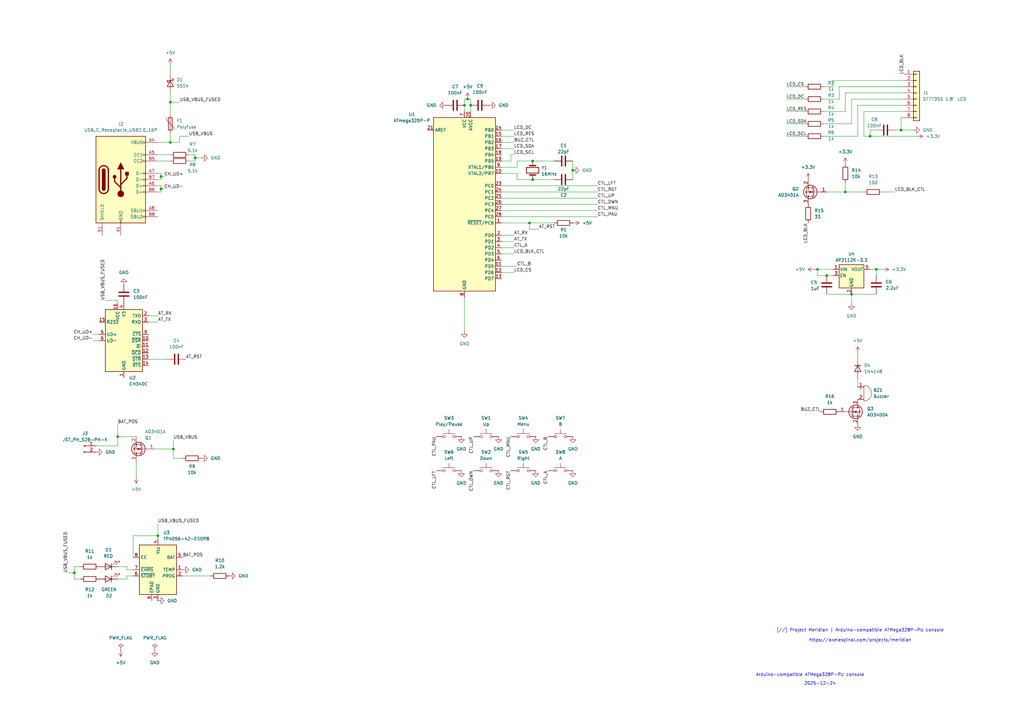
<source format=kicad_sch>
(kicad_sch (version 20250114) (generator "eeschema") (generator_version "9.0")
  (paper "A3")
  (lib_symbols
    (symbol "Battery_Management:TP4056-42-ESOP8"
      (property "Reference" "U" (at -6.604 11.684 0))
      (property "Value" "TP4056-42-ESOP8" (at 10.16 11.684 0))
      (symbol "TP4056-42-ESOP8_1_0"
        (pin input line (at -10.16 5.08 0) (length 2.54) (name "CE") (number "8"))
        (pin open_collector line (at -10.16 0 0) (length 2.54) (name "~{CHRG}") (number "7"))
        (pin open_collector line (at -10.16 -2.54 0) (length 2.54) (name "~{STDBY}") (number "6"))
        (pin passive line (at -2.54 -12.7 90) (length 2.54) (name "EPAD") (number "9"))
        (pin power_in line (at 0 12.7 270) (length 2.54) (name "V_{CC}") (number "4"))
        (pin power_in line (at 0 -12.7 90) (length 2.54) (name "GND") (number "3"))
        (pin power_out line (at 10.16 5.08 180) (length 2.54) (name "BAT") (number "5"))
        (pin input line (at 10.16 0 180) (length 2.54) (name "TEMP") (number "1"))
        (pin passive line (at 10.16 -2.54 180) (length 2.54) (name "PROG") (number "2"))
      )
    )
    (symbol "Connector:Conn_01x02_Pin" (pin_names (offset 1.016) (hide yes))
      (property "Reference" "J" (at 0 2.54 0))
      (property "Value" "Conn_01x02_Pin" (at 0 -5.08 0))
      (symbol "Conn_01x02_Pin_1_1"
        (pin passive line (at 5.08 0 180) (length 3.81) (name "Pin_1") (number "1"))
        (pin passive line (at 5.08 -2.54 180) (length 3.81) (name "Pin_2") (number "2"))
      )
    )
    (symbol "Connector:USB_C_Receptacle_USB2.0_16P" (pin_names (offset 1.016))
      (property "Reference" "J" (at 0 22.225 0))
      (property "Value" "USB_C_Receptacle_USB2.0_16P" (at 0 19.685 0))
      (symbol "USB_C_Receptacle_USB2.0_16P_1_1"
        (pin passive line (at -7.62 -22.86 90) (length 5.08) (name "SHIELD") (number "S1"))
        (pin passive line (at 0 -22.86 90) (length 5.08) (name "GND") (number "A1"))
        (pin passive line (at 0 -22.86 90) (length 5.08) (hide yes) (name "GND") (number "A12"))
        (pin passive line (at 0 -22.86 90) (length 5.08) (hide yes) (name "GND") (number "B1"))
        (pin passive line (at 0 -22.86 90) (length 5.08) (hide yes) (name "GND") (number "B12"))
        (pin passive line (at 15.24 15.24 180) (length 5.08) (name "VBUS") (number "A4"))
        (pin passive line (at 15.24 15.24 180) (length 5.08) (hide yes) (name "VBUS") (number "A9"))
        (pin passive line (at 15.24 15.24 180) (length 5.08) (hide yes) (name "VBUS") (number "B4"))
        (pin passive line (at 15.24 15.24 180) (length 5.08) (hide yes) (name "VBUS") (number "B9"))
        (pin bidirectional line (at 15.24 10.16 180) (length 5.08) (name "CC1") (number "A5"))
        (pin bidirectional line (at 15.24 7.62 180) (length 5.08) (name "CC2") (number "B5"))
        (pin bidirectional line (at 15.24 2.54 180) (length 5.08) (name "D-") (number "A7"))
        (pin bidirectional line (at 15.24 0 180) (length 5.08) (name "D-") (number "B7"))
        (pin bidirectional line (at 15.24 -2.54 180) (length 5.08) (name "D+") (number "A6"))
        (pin bidirectional line (at 15.24 -5.08 180) (length 5.08) (name "D+") (number "B6"))
        (pin bidirectional line (at 15.24 -12.7 180) (length 5.08) (name "SBU1") (number "A8"))
        (pin bidirectional line (at 15.24 -15.24 180) (length 5.08) (name "SBU2") (number "B8"))
      )
    )
    (symbol "Connector_Generic:Conn_01x08" (pin_names (offset 1.016) (hide yes))
      (property "Reference" "J" (at 0 10.16 0))
      (property "Value" "Conn_01x08" (at 0 -12.7 0))
      (symbol "Conn_01x08_1_1"
        (pin passive line (at -5.08 7.62 0) (length 3.81) (name "Pin_1") (number "1"))
        (pin passive line (at -5.08 5.08 0) (length 3.81) (name "Pin_2") (number "2"))
        (pin passive line (at -5.08 2.54 0) (length 3.81) (name "Pin_3") (number "3"))
        (pin passive line (at -5.08 0 0) (length 3.81) (name "Pin_4") (number "4"))
        (pin passive line (at -5.08 -2.54 0) (length 3.81) (name "Pin_5") (number "5"))
        (pin passive line (at -5.08 -5.08 0) (length 3.81) (name "Pin_6") (number "6"))
        (pin passive line (at -5.08 -7.62 0) (length 3.81) (name "Pin_7") (number "7"))
        (pin passive line (at -5.08 -10.16 0) (length 3.81) (name "Pin_8") (number "8"))
      )
    )
    (symbol "Device:Buzzer" (pin_names (offset 0.0254) (hide yes))
      (property "Reference" "BZ" (at 3.81 1.27 0))
      (property "Value" "Buzzer" (at 3.81 -1.27 0))
      (symbol "Buzzer_1_1"
        (pin passive line (at -2.54 2.54 0) (length 2.54) (name "+") (number "1"))
        (pin passive line (at -2.54 -2.54 0) (length 2.54) (name "-") (number "2"))
      )
    )
    (symbol "Device:C" (pin_numbers (hide yes)) (pin_names (offset 0.254))
      (property "Reference" "C" (at 0.635 2.54 0))
      (property "Value" "C" (at 0.635 -2.54 0))
      (symbol "C_1_1"
        (pin passive line (at 0 3.81 270) (length 2.794) (name "~") (number "1"))
        (pin passive line (at 0 -3.81 90) (length 2.794) (name "~") (number "2"))
      )
    )
    (symbol "Device:Crystal" (pin_numbers (hide yes)) (pin_names (offset 1.016) (hide yes))
      (property "Reference" "Y" (at 0 3.81 0))
      (property "Value" "Crystal" (at 0 -3.81 0))
      (symbol "Crystal_1_1"
        (pin passive line (at -3.81 0 0) (length 1.27) (name "1") (number "1"))
        (pin passive line (at 3.81 0 180) (length 1.27) (name "2") (number "2"))
      )
    )
    (symbol "Device:LED" (pin_numbers (hide yes)) (pin_names (offset 1.016) (hide yes))
      (property "Reference" "D" (at 0 2.54 0))
      (property "Value" "LED" (at 0 -2.54 0))
      (symbol "LED_1_1"
        (pin passive line (at -3.81 0 0) (length 2.54) (name "K") (number "1"))
        (pin passive line (at 3.81 0 180) (length 2.54) (name "A") (number "2"))
      )
    )
    (symbol "Device:Polyfuse" (pin_numbers (hide yes)) (pin_names (offset 0))
      (property "Reference" "F" (at -2.54 0 90))
      (property "Value" "Polyfuse" (at 2.54 0 90))
      (symbol "Polyfuse_1_1"
        (pin passive line (at 0 3.81 270) (length 1.27) (name "~") (number "1"))
        (pin passive line (at 0 -3.81 90) (length 1.27) (name "~") (number "2"))
      )
    )
    (symbol "Device:R" (pin_numbers (hide yes)) (pin_names (offset 0))
      (property "Reference" "R" (at 2.032 0 90))
      (property "Value" "R" (at 0 0 90))
      (symbol "R_1_1"
        (pin passive line (at 0 3.81 270) (length 1.27) (name "~") (number "1"))
        (pin passive line (at 0 -3.81 90) (length 1.27) (name "~") (number "2"))
      )
    )
    (symbol "Diode:1N4148" (pin_numbers (hide yes)) (pin_names (hide yes))
      (property "Reference" "D" (at 0 2.54 0))
      (property "Value" "1N4148" (at 0 -2.54 0))
      (symbol "1N4148_1_1"
        (pin passive line (at -3.81 0 0) (length 2.54) (name "K") (number "1"))
        (pin passive line (at 3.81 0 180) (length 2.54) (name "A") (number "2"))
      )
    )
    (symbol "Diode:SS14" (pin_numbers (hide yes)) (pin_names (offset 1.016) (hide yes))
      (property "Reference" "D" (at 0 2.54 0))
      (property "Value" "SS14" (at 0 -2.54 0))
      (symbol "SS14_1_1"
        (pin passive line (at -3.81 0 0) (length 2.54) (name "K") (number "1"))
        (pin passive line (at 3.81 0 180) (length 2.54) (name "A") (number "2"))
      )
    )
    (symbol "Interface_USB:CH340C"
      (property "Reference" "U" (at -5.08 13.97 0))
      (property "Value" "CH340C" (at 1.27 13.97 0))
      (symbol "CH340C_1_1"
        (pin input line (at -10.16 7.62 0) (length 2.54) (name "R232") (number "15"))
        (pin bidirectional line (at -10.16 2.54 0) (length 2.54) (name "UD+") (number "5"))
        (pin bidirectional line (at -10.16 0 0) (length 2.54) (name "UD-") (number "6"))
        (pin no_connect line (at -7.62 -5.08 0) (length 2.54) (hide yes) (name "NC") (number "7"))
        (pin no_connect line (at -7.62 -7.62 0) (length 2.54) (hide yes) (name "NC") (number "8"))
        (pin power_in line (at -2.54 15.24 270) (length 2.54) (name "VCC") (number "16"))
        (pin power_out line (at 0 15.24 270) (length 2.54) (name "V3") (number "4"))
        (pin power_in line (at 0 -15.24 90) (length 2.54) (name "GND") (number "1"))
        (pin output line (at 10.16 10.16 180) (length 2.54) (name "TXD") (number "2"))
        (pin input line (at 10.16 7.62 180) (length 2.54) (name "RXD") (number "3"))
        (pin input line (at 10.16 2.54 180) (length 2.54) (name "~{CTS}") (number "9"))
        (pin input line (at 10.16 0 180) (length 2.54) (name "~{DSR}") (number "10"))
        (pin input line (at 10.16 -2.54 180) (length 2.54) (name "~{RI}") (number "11"))
        (pin input line (at 10.16 -5.08 180) (length 2.54) (name "~{DCD}") (number "12"))
        (pin output line (at 10.16 -7.62 180) (length 2.54) (name "~{DTR}") (number "13"))
        (pin output line (at 10.16 -10.16 180) (length 2.54) (name "~{RTS}") (number "14"))
      )
    )
    (symbol "MCU_Microchip_ATmega:ATmega328P-P"
      (property "Reference" "U" (at -12.7 36.83 0))
      (property "Value" "ATmega328P-P" (at 2.54 -36.83 0))
      (symbol "ATmega328P-P_1_1"
        (pin passive line (at -15.24 30.48 0) (length 2.54) (name "AREF") (number "21"))
        (pin power_in line (at 0 38.1 270) (length 2.54) (name "VCC") (number "7"))
        (pin passive line (at 0 -38.1 90) (length 2.54) (hide yes) (name "GND") (number "22"))
        (pin power_in line (at 0 -38.1 90) (length 2.54) (name "GND") (number "8"))
        (pin power_in line (at 2.54 38.1 270) (length 2.54) (name "AVCC") (number "20"))
        (pin bidirectional line (at 15.24 30.48 180) (length 2.54) (name "PB0") (number "14"))
        (pin bidirectional line (at 15.24 27.94 180) (length 2.54) (name "PB1") (number "15"))
        (pin bidirectional line (at 15.24 25.4 180) (length 2.54) (name "PB2") (number "16"))
        (pin bidirectional line (at 15.24 22.86 180) (length 2.54) (name "PB3") (number "17"))
        (pin bidirectional line (at 15.24 20.32 180) (length 2.54) (name "PB4") (number "18"))
        (pin bidirectional line (at 15.24 17.78 180) (length 2.54) (name "PB5") (number "19"))
        (pin bidirectional line (at 15.24 15.24 180) (length 2.54) (name "XTAL1/PB6") (number "9"))
        (pin bidirectional line (at 15.24 12.7 180) (length 2.54) (name "XTAL2/PB7") (number "10"))
        (pin bidirectional line (at 15.24 7.62 180) (length 2.54) (name "PC0") (number "23"))
        (pin bidirectional line (at 15.24 5.08 180) (length 2.54) (name "PC1") (number "24"))
        (pin bidirectional line (at 15.24 2.54 180) (length 2.54) (name "PC2") (number "25"))
        (pin bidirectional line (at 15.24 0 180) (length 2.54) (name "PC3") (number "26"))
        (pin bidirectional line (at 15.24 -2.54 180) (length 2.54) (name "PC4") (number "27"))
        (pin bidirectional line (at 15.24 -5.08 180) (length 2.54) (name "PC5") (number "28"))
        (pin bidirectional line (at 15.24 -7.62 180) (length 2.54) (name "~{RESET}/PC6") (number "1"))
        (pin bidirectional line (at 15.24 -12.7 180) (length 2.54) (name "PD0") (number "2"))
        (pin bidirectional line (at 15.24 -15.24 180) (length 2.54) (name "PD1") (number "3"))
        (pin bidirectional line (at 15.24 -17.78 180) (length 2.54) (name "PD2") (number "4"))
        (pin bidirectional line (at 15.24 -20.32 180) (length 2.54) (name "PD3") (number "5"))
        (pin bidirectional line (at 15.24 -22.86 180) (length 2.54) (name "PD4") (number "6"))
        (pin bidirectional line (at 15.24 -25.4 180) (length 2.54) (name "PD5") (number "11"))
        (pin bidirectional line (at 15.24 -27.94 180) (length 2.54) (name "PD6") (number "12"))
        (pin bidirectional line (at 15.24 -30.48 180) (length 2.54) (name "PD7") (number "13"))
      )
    )
    (symbol "Regulator_Linear:AP2112K-3.3" (pin_names (offset 0.254))
      (property "Reference" "U" (at -5.08 5.715 0))
      (property "Value" "AP2112K-3.3" (at 0 5.715 0))
      (symbol "AP2112K-3.3_1_1"
        (pin power_in line (at -7.62 2.54 0) (length 2.54) (name "VIN") (number "1"))
        (pin input line (at -7.62 0 0) (length 2.54) (name "EN") (number "3"))
        (pin power_in line (at 0 -7.62 90) (length 2.54) (name "GND") (number "2"))
        (pin no_connect line (at 5.08 0 180) (length 2.54) (hide yes) (name "NC") (number "4"))
        (pin power_out line (at 7.62 2.54 180) (length 2.54) (name "VOUT") (number "5"))
      )
    )
    (symbol "Switch:SW_Push" (pin_numbers (hide yes)) (pin_names (offset 1.016) (hide yes))
      (property "Reference" "SW" (at 1.27 2.54 0))
      (property "Value" "SW_Push" (at 0 -1.524 0))
      (symbol "SW_Push_0_1"
        (pin passive line (at -5.08 0 0) (length 2.54) (name "1") (number "1"))
        (pin passive line (at 5.08 0 180) (length 2.54) (name "2") (number "2"))
      )
    )
    (symbol "Transistor_FET:AO3400A" (pin_names (offset 0) (hide yes))
      (property "Reference" "Q" (at 5.08 1.905 0))
      (property "Value" "AO3400A" (at 5.08 0 0))
      (symbol "AO3400A_1_1"
        (pin input line (at -5.08 0 0) (length 2.54) (name "G") (number "1"))
        (pin passive line (at 2.54 5.08 270) (length 2.54) (name "D") (number "3"))
        (pin passive line (at 2.54 -5.08 90) (length 2.54) (name "S") (number "2"))
      )
    )
    (symbol "Transistor_FET:AO3401A" (pin_names (hide yes))
      (property "Reference" "Q" (at 5.08 1.905 0))
      (property "Value" "AO3401A" (at 5.08 0 0))
      (symbol "AO3401A_1_1"
        (pin input line (at -5.08 0 0) (length 2.54) (name "G") (number "1"))
        (pin passive line (at 2.54 5.08 270) (length 2.54) (name "D") (number "3"))
        (pin passive line (at 2.54 -5.08 90) (length 2.54) (name "S") (number "2"))
      )
    )
    (symbol "power:+3.3V" (power) (pin_numbers (hide yes)) (pin_names (offset 0) (hide yes))
      (property "Value" "+3.3V" (at 0 3.556 0))
      (symbol "+3.3V_1_1"
        (pin power_in line (at 0 0 90) (length 0) (name "~") (number "1"))
      )
    )
    (symbol "power:+5V" (power) (pin_numbers (hide yes)) (pin_names (offset 0) (hide yes))
      (property "Value" "+5V" (at 0 3.556 0))
      (symbol "+5V_1_1"
        (pin power_in line (at 0 0 90) (length 0) (name "~") (number "1"))
      )
    )
    (symbol "power:GND" (power) (pin_numbers (hide yes)) (pin_names (offset 0) (hide yes))
      (property "Value" "GND" (at 0 -3.81 0))
      (symbol "GND_1_1"
        (pin power_in line (at 0 0 270) (length 0) (name "~") (number "1"))
      )
    )
    (symbol "power:PWR_FLAG" (power) (pin_numbers (hide yes)) (pin_names (offset 0) (hide yes))
      (property "Value" "PWR_FLAG" (at 0 3.81 0))
      (symbol "PWR_FLAG_0_0"
        (pin power_out line (at 0 0 90) (length 0) (name "~") (number "1"))
      )
    )
  )
  (text "Arduino-compatible ATMega328P-PU console" (at 332.232 276.86 0) (effects (font (size 1.27 1.27))))
  (text "[//] Project Meridian | Arduino-compatible ATMega328P-PU console\n \nhttps://axelespinal.com/projects/meridian" (at 352.806 260.604 0) (effects (font (size 1.27 1.27))))
  (text "2025-12-24" (at 336.296 280.416 0) (effects (font (size 1.27 1.27))))
  (junction (at 369.57 53.34))
  (junction (at 69.85 41.91))
  (junction (at 80.01 64.77))
  (junction (at 218.44 66.04))
  (junction (at 69.85 58.42))
  (junction (at 359.41 110.49))
  (junction (at 339.09 113.03))
  (junction (at 356.87 55.88))
  (junction (at 349.25 120.65))
  (junction (at 71.12 184.15))
  (junction (at 30.48 234.95))
  (junction (at 218.44 73.66))
  (junction (at 48.26 179.07))
  (junction (at 64.77 219.71))
  (junction (at 346.71 78.74))
  (junction (at 66.04 72.39))
  (junction (at 193.04 43.18))
  (junction (at 191.77 40.64))
  (junction (at 234.95 69.85))
  (junction (at 335.28 110.49))
  (junction (at 66.04 77.47))
  (junction (at 190.5 43.18))
  (junction (at 217.17 91.44))
  (wire (pts (xy 73.66 58.42) (xy 73.66 55.88)))
  (wire (pts (xy 48.26 173.99) (xy 48.26 179.07)))
  (wire (pts (xy 205.74 55.88) (xy 210.82 55.88)))
  (wire (pts (xy 205.74 78.74) (xy 245.11 78.74)))
  (wire (pts (xy 349.25 120.65) (xy 349.25 124.46)))
  (wire (pts (xy 77.47 66.04) (xy 80.01 66.04)))
  (wire (pts (xy 66.04 78.74) (xy 64.77 78.74)))
  (wire (pts (xy 234.95 66.04) (xy 234.95 69.85)))
  (wire (pts (xy 212.09 71.12) (xy 212.09 73.66)))
  (wire (pts (xy 346.71 45.72) (xy 346.71 38.1)))
  (wire (pts (xy 205.74 58.42) (xy 210.82 58.42)))
  (wire (pts (xy 351.79 55.88) (xy 351.79 43.18)))
  (wire (pts (xy 66.04 77.47) (xy 66.04 78.74)))
  (wire (pts (xy 66.04 76.2) (xy 66.04 77.47)))
  (wire (pts (xy 64.77 71.12) (xy 66.04 71.12)))
  (wire (pts (xy 356.87 55.88) (xy 356.87 53.34)))
  (wire (pts (xy 374.65 53.34) (xy 369.57 53.34)))
  (wire (pts (xy 80.01 64.77) (xy 80.01 66.04)))
  (wire (pts (xy 74.93 236.22) (xy 86.36 236.22)))
  (wire (pts (xy 212.09 68.58) (xy 212.09 66.04)))
  (wire (pts (xy 205.74 66.04) (xy 209.55 66.04)))
  (wire (pts (xy 48.26 237.49) (xy 52.07 237.49)))
  (wire (pts (xy 346.71 38.1) (xy 370.84 38.1)))
  (wire (pts (xy 64.77 66.04) (xy 69.85 66.04)))
  (wire (pts (xy 218.44 73.66) (xy 227.33 73.66)))
  (wire (pts (xy 71.12 187.96) (xy 74.93 187.96)))
  (wire (pts (xy 354.33 45.72) (xy 370.84 45.72)))
  (wire (pts (xy 69.85 41.91) (xy 73.66 41.91)))
  (wire (pts (xy 351.79 43.18) (xy 370.84 43.18)))
  (wire (pts (xy 322.58 35.56) (xy 330.2 35.56)))
  (wire (pts (xy 205.74 109.22) (xy 212.09 109.22)))
  (wire (pts (xy 337.82 35.56) (xy 341.63 35.56)))
  (wire (pts (xy 48.26 179.07) (xy 55.88 179.07)))
  (wire (pts (xy 60.96 132.08) (xy 64.77 132.08)))
  (wire (pts (xy 52.07 232.41) (xy 52.07 233.68)))
  (wire (pts (xy 64.77 58.42) (xy 69.85 58.42)))
  (wire (pts (xy 77.47 63.5) (xy 80.01 63.5)))
  (wire (pts (xy 69.85 26.67) (xy 69.85 30.48)))
  (wire (pts (xy 354.33 55.88) (xy 354.33 45.72)))
  (wire (pts (xy 361.95 110.49) (xy 359.41 110.49)))
  (wire (pts (xy 349.25 40.64) (xy 370.84 40.64)))
  (wire (pts (xy 344.17 35.56) (xy 370.84 35.56)))
  (wire (pts (xy 30.48 237.49) (xy 33.02 237.49)))
  (wire (pts (xy 351.79 154.94) (xy 351.79 158.75)))
  (wire (pts (xy 346.71 74.93) (xy 346.71 78.74)))
  (wire (pts (xy 80.01 63.5) (xy 80.01 64.77)))
  (wire (pts (xy 369.57 53.34) (xy 367.03 53.34)))
  (wire (pts (xy 322.58 50.8) (xy 330.2 50.8)))
  (wire (pts (xy 337.82 45.72) (xy 346.71 45.72)))
  (wire (pts (xy 359.41 110.49) (xy 356.87 110.49)))
  (wire (pts (xy 205.74 104.14) (xy 210.82 104.14)))
  (wire (pts (xy 322.58 40.64) (xy 330.2 40.64)))
  (wire (pts (xy 52.07 233.68) (xy 54.61 233.68)))
  (wire (pts (xy 356.87 55.88) (xy 354.33 55.88)))
  (wire (pts (xy 64.77 214.63) (xy 64.77 219.71)))
  (wire (pts (xy 344.17 40.64) (xy 344.17 35.56)))
  (wire (pts (xy 38.1 137.16) (xy 40.64 137.16)))
  (wire (pts (xy 322.58 45.72) (xy 330.2 45.72)))
  (wire (pts (xy 210.82 96.52) (xy 205.74 96.52)))
  (wire (pts (xy 205.74 53.34) (xy 210.82 53.34)))
  (wire (pts (xy 30.48 232.41) (xy 30.48 234.95)))
  (wire (pts (xy 337.82 40.64) (xy 344.17 40.64)))
  (wire (pts (xy 33.02 232.41) (xy 30.48 232.41)))
  (wire (pts (xy 60.96 129.54) (xy 64.77 129.54)))
  (wire (pts (xy 217.17 91.44) (xy 217.17 93.98)))
  (wire (pts (xy 69.85 54.61) (xy 69.85 58.42)))
  (wire (pts (xy 69.85 41.91) (xy 69.85 46.99)))
  (wire (pts (xy 205.74 111.76) (xy 210.82 111.76)))
  (wire (pts (xy 346.71 78.74) (xy 354.33 78.74)))
  (wire (pts (xy 190.5 43.18) (xy 190.5 40.64)))
  (wire (pts (xy 205.74 60.96) (xy 210.82 60.96)))
  (wire (pts (xy 71.12 180.34) (xy 71.12 184.15)))
  (wire (pts (xy 191.77 40.64) (xy 193.04 40.64)))
  (wire (pts (xy 205.74 71.12) (xy 212.09 71.12)))
  (wire (pts (xy 209.55 66.04) (xy 209.55 63.5)))
  (wire (pts (xy 205.74 101.6) (xy 210.82 101.6)))
  (wire (pts (xy 337.82 50.8) (xy 349.25 50.8)))
  (wire (pts (xy 218.44 66.04) (xy 227.33 66.04)))
  (wire (pts (xy 52.07 236.22) (xy 54.61 236.22)))
  (wire (pts (xy 66.04 71.12) (xy 66.04 72.39)))
  (wire (pts (xy 356.87 53.34) (xy 359.41 53.34)))
  (wire (pts (xy 370.84 48.26) (xy 369.57 48.26)))
  (wire (pts (xy 30.48 234.95) (xy 30.48 237.49)))
  (wire (pts (xy 64.77 63.5) (xy 69.85 63.5)))
  (wire (pts (xy 335.28 110.49) (xy 335.28 113.03)))
  (wire (pts (xy 52.07 236.22) (xy 52.07 237.49)))
  (wire (pts (xy 64.77 219.71) (xy 64.77 220.98)))
  (wire (pts (xy 66.04 73.66) (xy 64.77 73.66)))
  (wire (pts (xy 55.88 189.23) (xy 55.88 195.58)))
  (wire (pts (xy 209.55 63.5) (xy 210.82 63.5)))
  (wire (pts (xy 217.17 91.44) (xy 227.33 91.44)))
  (wire (pts (xy 359.41 110.49) (xy 359.41 113.03)))
  (wire (pts (xy 66.04 77.47) (xy 67.31 77.47)))
  (wire (pts (xy 337.82 55.88) (xy 351.79 55.88)))
  (wire (pts (xy 66.04 72.39) (xy 66.04 73.66)))
  (wire (pts (xy 73.66 55.88) (xy 77.47 55.88)))
  (wire (pts (xy 190.5 40.64) (xy 191.77 40.64)))
  (wire (pts (xy 205.74 99.06) (xy 210.82 99.06)))
  (wire (pts (xy 205.74 68.58) (xy 212.09 68.58)))
  (wire (pts (xy 339.09 120.65) (xy 349.25 120.65)))
  (wire (pts (xy 71.12 184.15) (xy 71.12 187.96)))
  (wire (pts (xy 38.1 139.7) (xy 40.64 139.7)))
  (wire (pts (xy 69.85 38.1) (xy 69.85 41.91)))
  (wire (pts (xy 27.94 234.95) (xy 30.48 234.95)))
  (wire (pts (xy 205.74 81.28) (xy 245.11 81.28)))
  (wire (pts (xy 63.5 184.15) (xy 71.12 184.15)))
  (wire (pts (xy 80.01 64.77) (xy 82.55 64.77)))
  (wire (pts (xy 205.74 83.82) (xy 245.11 83.82)))
  (wire (pts (xy 66.04 72.39) (xy 67.31 72.39)))
  (wire (pts (xy 190.5 121.92) (xy 190.5 135.89)))
  (wire (pts (xy 205.74 91.44) (xy 217.17 91.44)))
  (wire (pts (xy 205.74 88.9) (xy 245.11 88.9)))
  (wire (pts (xy 217.17 93.98) (xy 220.98 93.98)))
  (wire (pts (xy 341.63 33.02) (xy 370.84 33.02)))
  (wire (pts (xy 335.28 110.49) (xy 341.63 110.49)))
  (wire (pts (xy 341.63 113.03) (xy 339.09 113.03)))
  (wire (pts (xy 54.61 219.71) (xy 54.61 228.6)))
  (wire (pts (xy 60.96 147.32) (xy 68.58 147.32)))
  (wire (pts (xy 54.61 219.71) (xy 64.77 219.71)))
  (wire (pts (xy 190.5 45.72) (xy 190.5 43.18)))
  (wire (pts (xy 351.79 144.78) (xy 351.79 147.32)))
  (wire (pts (xy 205.74 86.36) (xy 245.11 86.36)))
  (wire (pts (xy 339.09 113.03) (xy 335.28 113.03)))
  (wire (pts (xy 341.63 35.56) (xy 341.63 33.02)))
  (wire (pts (xy 193.04 43.18) (xy 193.04 40.64)))
  (wire (pts (xy 69.85 58.42) (xy 73.66 58.42)))
  (wire (pts (xy 349.25 120.65) (xy 359.41 120.65)))
  (wire (pts (xy 48.26 182.88) (xy 48.26 179.07)))
  (wire (pts (xy 369.57 48.26) (xy 369.57 53.34)))
  (wire (pts (xy 193.04 45.72) (xy 193.04 43.18)))
  (wire (pts (xy 349.25 50.8) (xy 349.25 40.64)))
  (wire (pts (xy 375.92 55.88) (xy 356.87 55.88)))
  (wire (pts (xy 43.18 123.19) (xy 48.26 123.19)))
  (wire (pts (xy 361.95 78.74) (xy 367.03 78.74)))
  (wire (pts (xy 205.74 76.2) (xy 245.11 76.2)))
  (wire (pts (xy 322.58 55.88) (xy 330.2 55.88)))
  (wire (pts (xy 339.09 78.74) (xy 346.71 78.74)))
  (wire (pts (xy 212.09 66.04) (xy 218.44 66.04)))
  (wire (pts (xy 334.01 110.49) (xy 335.28 110.49)))
  (wire (pts (xy 64.77 76.2) (xy 66.04 76.2)))
  (wire (pts (xy 48.26 232.41) (xy 52.07 232.41)))
  (wire (pts (xy 234.95 69.85) (xy 234.95 73.66)))
  (wire (pts (xy 39.37 182.88) (xy 48.26 182.88)))
  (wire (pts (xy 212.09 73.66) (xy 218.44 73.66)))
  (wire (pts (xy 48.26 124.46) (xy 48.26 123.19)))
  (label "CTL_PAU" (at 245.11 88.9 0))
  (label "USB_VBUS_FUSED" (at 27.94 234.95 90))
  (label "LCD_CS" (at 322.58 35.56 0))
  (label "CTL_RGT" (at 245.11 78.74 0))
  (label "CTL_B" (at 224.79 179.07 270))
  (label "CTL_UP" (at 245.11 81.28 0))
  (label "CTL_B" (at 212.09 109.22 0))
  (label "CTL_A" (at 224.79 193.04 270))
  (label "AT_TX" (at 210.82 99.06 0))
  (label "AT_RX" (at 210.82 96.52 0))
  (label "CTL_RGT" (at 209.55 193.04 270))
  (label "USB_VBUS_FUSED" (at 73.66 41.91 0))
  (label "CTL_UP" (at 194.31 179.07 270))
  (label "BUZ_CTL" (at 210.82 58.42 0))
  (label "CTL_DWN" (at 245.11 83.82 0))
  (label "BUZ_CTL" (at 336.55 168.91 180))
  (label "BAT_POS" (at 48.26 173.99 0))
  (label "LCD_RES" (at 322.58 45.72 0))
  (label "AT_TX" (at 64.77 132.08 0))
  (label "AT_RX" (at 64.77 129.54 0))
  (label "CH_UD-" (at 67.31 77.47 0))
  (label "LCD_RES" (at 210.82 55.88 0))
  (label "CTL_A" (at 210.82 101.6 0))
  (label "CTL_LFT" (at 179.07 193.04 270))
  (label "LCD_BLK_CTL" (at 367.03 78.74 0))
  (label "USB_VBUS_FUSED" (at 64.77 214.63 0))
  (label "LCD_DC" (at 322.58 40.64 0))
  (label "CH_UD+" (at 67.31 72.39 0))
  (label "LCD_BLK" (at 331.47 91.44 270))
  (label "CTL_PAU" (at 179.07 179.07 270))
  (label "AT_RST" (at 220.98 93.98 0))
  (label "CH_UD-" (at 38.1 139.7 180))
  (label "LCD_SCL" (at 322.58 55.88 0))
  (label "BAT_POS" (at 74.93 228.6 0))
  (label "USB_VBUS" (at 77.47 55.88 0))
  (label "CTL_MNU" (at 245.11 86.36 0))
  (label "AT_RST" (at 76.2 147.32 0))
  (label "LCD_BLK" (at 370.84 30.48 90))
  (label "" (at 245.11 76.2 0))
  (label "USB_VBUS" (at 71.12 180.34 0))
  (label "CH_UD+" (at 38.1 137.16 180))
  (label "CTL_LFT" (at 245.11 76.2 0))
  (label "CTL_MNU" (at 209.55 179.07 270))
  (label "LCD_BLK_CTL" (at 210.82 104.14 0))
  (label "LCD_DC" (at 210.82 53.34 0))
  (label "CTL_DWN" (at 194.31 193.04 270))
  (label "LCD_CS" (at 210.82 111.76 0))
  (label "LCD_SCL" (at 210.82 63.5 0))
  (label "LCD_SDA" (at 210.82 60.96 0))
  (label "LCD_SDA" (at 322.58 50.8 0))
  (label "USB_VBUS_FUSED" (at 43.18 123.19 90))
  (symbol (lib_id "Device:LED") (at 44.45 237.49 180) (unit 1)
    (property "Reference" "D2" (at 44.704 244.348 0))
    (property "Value" "GREEN" (at 44.704 241.808 0))
    (property "Description" "Light emitting diode" (effects (hide yes)))
    (property "Sim.Pins" "1=K 2=A" (effects (hide yes)))
  )
  (symbol (lib_id "Switch:SW_Push") (at 229.87 179.07 0) (unit 1)
    (property "Reference" "SW7" (at 229.87 171.45 0))
    (property "Value" "B" (at 229.87 173.99 0))
    (property "Footprint" "Button_Switch_THT:SW_PUSH_6mm" (effects (hide yes)))
    (property "Description" "Push button switch, generic, two pins" (effects (hide yes)))
  )
  (symbol (lib_id "Device:C") (at 186.69 43.18 90) (unit 1)
    (property "Reference" "C7" (at 186.69 35.56 90))
    (property "Value" "100nF" (at 186.69 38.1 90))
    (property "Description" "Unpolarized capacitor" (effects (hide yes)))
  )
  (symbol (lib_id "power:GND") (at 234.95 69.85 90) (unit 1)
    (property "Reference" "#PWR06" (effects (hide yes)))
    (property "Value" "GND" (at 238.76 69.8499 90) (effects (justify right)))
    (property "Description" "Power symbol creates a global label with name \"GND\" , ground" (effects (hide yes)))
  )
  (symbol (lib_id "power:GND") (at 219.71 179.07 0) (unit 1)
    (property "Reference" "#PWR011" (effects (hide yes)))
    (property "Value" "GND" (at 219.71 184.15 0))
    (property "Description" "Power symbol creates a global label with name \"GND\" , ground" (effects (hide yes)))
  )
  (symbol (lib_id "power:GND") (at 234.95 193.04 0) (unit 1)
    (property "Reference" "#PWR027" (effects (hide yes)))
    (property "Value" "GND" (at 234.95 198.12 0))
    (property "Description" "Power symbol creates a global label with name \"GND\" , ground" (effects (hide yes)))
  )
  (symbol (lib_id "Switch:SW_Push") (at 199.39 179.07 0) (unit 1)
    (property "Reference" "SW1" (at 199.39 171.45 0))
    (property "Value" "Up" (at 199.39 173.99 0))
    (property "Footprint" "Button_Switch_THT:SW_PUSH_6mm" (effects (hide yes)))
    (property "Description" "Push button switch, generic, two pins" (effects (hide yes)))
  )
  (symbol (lib_id "Device:C") (at 196.85 43.18 270) (unit 1)
    (property "Reference" "C9" (at 196.85 35.306 90))
    (property "Value" "100nF" (at 196.85 37.846 90))
    (property "Description" "Unpolarized capacitor" (effects (hide yes)))
  )
  (symbol (lib_id "Regulator_Linear:AP2112K-3.3") (at 349.25 113.03 0) (unit 1)
    (property "Reference" "U4" (at 349.25 104.14 0))
    (property "Value" "AP2112K-3.3" (at 349.25 106.68 0))
    (property "Footprint" "Package_TO_SOT_SMD:SOT-23-5" (effects (hide yes)))
    (property "Datasheet" "https://www.diodes.com/assets/Datasheets/AP2112.pdf" (effects (hide yes)))
    (property "Description" "600mA low dropout linear regulator, with enable pin, 3.8V-6V input voltage range, 3.3V fixed positive output, SOT-23-5" (effects (hide yes)))
  )
  (symbol (lib_id "power:GND") (at 189.23 193.04 0) (unit 1)
    (property "Reference" "#PWR07" (effects (hide yes)))
    (property "Value" "GND" (at 189.23 198.12 0))
    (property "Description" "Power symbol creates a global label with name \"GND\" , ground" (effects (hide yes)))
  )
  (symbol (lib_id "power:+5V") (at 334.01 110.49 90) (unit 1)
    (property "Reference" "#PWR018" (effects (hide yes)))
    (property "Value" "+5V" (at 330.2 110.4899 90) (effects (justify left)))
    (property "Description" "Power symbol creates a global label with name \"+5V\"" (effects (hide yes)))
  )
  (symbol (lib_id "power:GND") (at 189.23 179.07 0) (unit 1)
    (property "Reference" "#PWR04" (effects (hide yes)))
    (property "Value" "GND" (at 189.23 184.15 0))
    (property "Description" "Power symbol creates a global label with name \"GND\" , ground" (effects (hide yes)))
  )
  (symbol (lib_id "power:+5V") (at 55.88 195.58 180) (unit 1)
    (property "Reference" "#PWR025" (effects (hide yes)))
    (property "Value" "+5V" (at 55.88 200.66 0))
    (property "Description" "Power symbol creates a global label with name \"+5V\"" (effects (hide yes)))
  )
  (symbol (lib_id "power:GND") (at 190.5 135.89 0) (unit 1)
    (property "Reference" "#PWR01" (effects (hide yes)))
    (property "Value" "GND" (at 190.5 140.97 0))
    (property "Description" "Power symbol creates a global label with name \"GND\" , ground" (effects (hide yes)))
  )
  (symbol (lib_id "Device:Crystal") (at 218.44 69.85 90) (unit 1)
    (property "Reference" "Y1" (at 221.996 68.834 90) (effects (justify right)))
    (property "Value" "16MHz" (at 221.996 71.374 90) (effects (justify right)))
    (property "Footprint" "Crystal:Crystal_HC49-4H_Vertical" (effects (hide yes)))
    (property "Description" "Two pin crystal" (effects (hide yes)))
  )
  (symbol (lib_id "Device:C") (at 72.39 147.32 90) (unit 1)
    (property "Reference" "C4" (at 72.39 139.7 90))
    (property "Value" "100nF" (at 72.39 142.24 90))
    (property "Description" "Unpolarized capacitor" (effects (hide yes)))
  )
  (symbol (lib_id "power:GND") (at 219.71 193.04 0) (unit 1)
    (property "Reference" "#PWR010" (effects (hide yes)))
    (property "Value" "GND" (at 219.71 198.12 0))
    (property "Description" "Power symbol creates a global label with name \"GND\" , ground" (effects (hide yes)))
  )
  (symbol (lib_id "MCU_Microchip_ATmega:ATmega328P-P") (at 190.5 83.82 0) (unit 1)
    (property "Reference" "U1" (at 168.91 46.9198 0))
    (property "Value" "ATmega328P-P" (at 168.91 49.4598 0))
    (property "Footprint" "Package_DIP:DIP-28_W7.62mm" (effects (hide yes)))
    (property "Datasheet" "http://ww1.microchip.com/downloads/en/DeviceDoc/ATmega328_P%20AVR%20MCU%20with%20picoPower%20Technology%20Data%20Sheet%2040001984A.pdf" (effects (hide yes)))
    (property "Description" "20MHz, 32kB Flash, 2kB SRAM, 1kB EEPROM, DIP-28" (effects (hide yes)))
  )
  (symbol (lib_id "Device:R") (at 334.01 45.72 90) (unit 1)
    (property "Reference" "R4" (at 340.868 44.196 90))
    (property "Value" "1k" (at 340.868 46.736 90))
    (property "Footprint" "Resistor_THT:R_Axial_DIN0207_L6.3mm_D2.5mm_P10.16mm_Horizontal" (effects (hide yes)))
    (property "Description" "Resistor" (effects (hide yes)))
  )
  (symbol (lib_id "power:+3.3V") (at 346.71 67.31 0) (unit 1)
    (property "Reference" "#PWR028" (effects (hide yes)))
    (property "Value" "+3.3V" (at 346.71 62.23 0))
    (property "Description" "Power symbol creates a global label with name \"+3.3V\"" (effects (hide yes)))
  )
  (symbol (lib_id "Device:R") (at 346.71 71.12 0) (unit 1)
    (property "Reference" "R14" (at 349.25 69.8499 0) (effects (justify left)))
    (property "Value" "10k" (at 349.25 72.3899 0) (effects (justify left)))
    (property "Description" "Resistor" (effects (hide yes)))
  )
  (symbol (lib_id "Device:R") (at 331.47 87.63 0) (unit 1)
    (property "Reference" "R15" (at 334.01 86.3599 0) (effects (justify left)))
    (property "Value" "33" (at 334.01 88.8999 0) (effects (justify left)))
    (property "Description" "Resistor" (effects (hide yes)))
  )
  (symbol (lib_id "power:GND") (at 349.25 124.46 0) (unit 1)
    (property "Reference" "#PWR023" (effects (hide yes)))
    (property "Value" "GND" (at 349.25 129.54 0))
    (property "Description" "Power symbol creates a global label with name \"GND\" , ground" (effects (hide yes)))
  )
  (symbol (lib_id "Device:R") (at 36.83 232.41 90) (unit 1)
    (property "Reference" "R11" (at 36.83 226.06 90))
    (property "Value" "1k" (at 36.83 228.6 90))
    (property "Description" "Resistor" (effects (hide yes)))
  )
  (symbol (lib_id "power:+3.3V") (at 331.47 73.66 0) (unit 1)
    (property "Reference" "#PWR022" (effects (hide yes)))
    (property "Value" "+3.3V" (at 331.47 68.58 0))
    (property "Description" "Power symbol creates a global label with name \"+3.3V\"" (effects (hide yes)))
  )
  (symbol (lib_id "Device:R") (at 73.66 66.04 270) (unit 1)
    (property "Reference" "R8" (at 78.994 67.564 90))
    (property "Value" "5.1k" (at 78.994 70.104 90))
    (property "Description" "Resistor" (effects (hide yes)))
  )
  (symbol (lib_id "Device:R") (at 90.17 236.22 90) (unit 1)
    (property "Reference" "R10" (at 90.17 229.87 90))
    (property "Value" "1.2k" (at 90.17 232.41 90))
    (property "Description" "Resistor" (effects (hide yes)))
  )
  (symbol (lib_id "Transistor_FET:AO3400A") (at 334.01 78.74 180) (unit 1)
    (property "Reference" "Q2" (at 327.66 77.4699 0) (effects (justify left)))
    (property "Value" "AO3401A" (at 327.66 80.0099 0) (effects (justify left)))
    (property "Footprint" "Package_TO_SOT_SMD:SOT-23" (effects (hide yes)))
    (property "Datasheet" "http://www.aosmd.com/pdfs/datasheet/AO3400A.pdf" (effects (hide yes)))
    (property "Description" "30V Vds, 5.7A Id, N-Channel MOSFET, SOT-23" (effects (hide yes)))
  )
  (symbol (lib_id "Device:LED") (at 44.45 232.41 180) (unit 1)
    (property "Reference" "D3" (at 44.45 225.552 0))
    (property "Value" "RED" (at 44.45 228.092 0))
    (property "Description" "Light emitting diode" (effects (hide yes)))
    (property "Sim.Pins" "1=K 2=A" (effects (hide yes)))
  )
  (symbol (lib_id "power:GND") (at 374.65 53.34 90) (unit 1)
    (property "Reference" "#PWR032" (effects (hide yes)))
    (property "Value" "GND" (at 378.46 53.3399 90) (effects (justify right)))
    (property "Description" "Power symbol creates a global label with name \"GND\" , ground" (effects (hide yes)))
  )
  (symbol (lib_id "power:GND") (at 204.47 179.07 0) (unit 1)
    (property "Reference" "#PWR08" (effects (hide yes)))
    (property "Value" "GND" (at 204.47 184.15 0))
    (property "Description" "Power symbol creates a global label with name \"GND\" , ground" (effects (hide yes)))
  )
  (symbol (lib_id "Connector:Conn_01x02_Pin") (at 34.29 182.88 0) (unit 1)
    (property "Reference" "J3" (at 34.925 177.8 0))
    (property "Value" "JST_PH_S2B-PH-K" (at 34.925 180.34 0))
    (property "Description" "Generic connector, single row, 01x02, script generated" (effects (hide yes)))
  )
  (symbol (lib_id "Diode:1N4148") (at 351.79 151.13 270) (unit 1)
    (property "Reference" "D4" (at 354.33 149.8599 90) (effects (justify left)))
    (property "Value" "1N4148" (at 354.33 152.3999 90) (effects (justify left)))
    (property "Footprint" "Diode_THT:D_DO-35_SOD27_P7.62mm_Horizontal" (effects (hide yes)))
    (property "Datasheet" "https://assets.nexperia.com/documents/data-sheet/1N4148_1N4448.pdf" (effects (hide yes)))
    (property "Description" "100V 0.15A standard switching diode, DO-35" (effects (hide yes)))
    (property "Sim.Device" "D" (effects (hide yes)))
    (property "Sim.Pins" "1=K 2=A" (effects (hide yes)))
  )
  (symbol (lib_id "Switch:SW_Push") (at 184.15 193.04 0) (unit 1)
    (property "Reference" "SW6" (at 184.15 185.42 0))
    (property "Value" "Left" (at 184.15 187.96 0))
    (property "Footprint" "Button_Switch_THT:SW_PUSH_6mm" (effects (hide yes)))
    (property "Description" "Push button switch, generic, two pins" (effects (hide yes)))
  )
  (symbol (lib_id "Switch:SW_Push") (at 229.87 193.04 0) (unit 1)
    (property "Reference" "SW8" (at 229.87 185.42 0))
    (property "Value" "A" (at 229.87 187.96 0))
    (property "Footprint" "Button_Switch_THT:SW_PUSH_6mm" (effects (hide yes)))
    (property "Description" "Push button switch, generic, two pins" (effects (hide yes)))
  )
  (symbol (lib_id "Device:C") (at 231.14 66.04 90) (unit 1)
    (property "Reference" "C1" (at 231.14 59.69 90))
    (property "Value" "22pF" (at 231.14 62.23 90))
    (property "Footprint" "Capacitor_THT:C_Disc_D5.0mm_W2.5mm_P2.50mm" (effects (hide yes)))
    (property "Description" "Unpolarized capacitor" (effects (hide yes)))
  )
  (symbol (lib_id "Device:R") (at 334.01 35.56 90) (unit 1)
    (property "Reference" "R2" (at 340.868 34.036 90))
    (property "Value" "1k" (at 340.868 36.576 90))
    (property "Footprint" "Resistor_THT:R_Axial_DIN0207_L6.3mm_D2.5mm_P10.16mm_Horizontal" (effects (hide yes)))
    (property "Description" "Resistor" (effects (hide yes)))
  )
  (symbol (lib_id "Interface_USB:CH340C") (at 50.8 139.7 0) (unit 1)
    (property "Reference" "U2" (at 52.9433 154.94 0) (effects (justify left)))
    (property "Value" "CH340C" (at 52.9433 157.48 0) (effects (justify left)))
    (property "Footprint" "Package_SO:SOIC-16_3.9x9.9mm_P1.27mm" (effects (hide yes)))
    (property "Datasheet" "https://datasheet.lcsc.com/szlcsc/Jiangsu-Qin-Heng-CH340C_C84681.pdf" (effects (hide yes)))
    (property "Description" "USB serial converter, crystal-less, UART, SOIC-16" (effects (hide yes)))
  )
  (symbol (lib_id "power:GND") (at 93.98 236.22 90) (unit 1)
    (property "Reference" "#PWR021" (effects (hide yes)))
    (property "Value" "GND" (at 97.79 236.2199 90) (effects (justify right)))
    (property "Description" "Power symbol creates a global label with name \"GND\" , ground" (effects (hide yes)))
  )
  (symbol (lib_id "power:GND") (at 200.66 43.18 90) (unit 1)
    (property "Reference" "#PWR013" (effects (hide yes)))
    (property "Value" "GND" (at 204.47 43.1801 90) (effects (justify right)))
    (property "Description" "Power symbol creates a global label with name \"GND\" , ground" (effects (hide yes)))
  )
  (symbol (lib_id "power:PWR_FLAG") (at 49.53 266.7 0) (unit 1)
    (property "Reference" "#FLG01" (effects (hide yes)))
    (property "Value" "PWR_FLAG" (at 49.53 261.62 0))
    (property "Description" "Special symbol for telling ERC where power comes from" (effects (hide yes)))
  )
  (symbol (lib_id "Device:R") (at 334.01 50.8 90) (unit 1)
    (property "Reference" "R5" (at 340.868 49.276 90))
    (property "Value" "1k" (at 340.868 51.816 90))
    (property "Footprint" "Resistor_THT:R_Axial_DIN0207_L6.3mm_D2.5mm_P10.16mm_Horizontal" (effects (hide yes)))
    (property "Description" "Resistor" (effects (hide yes)))
  )
  (symbol (lib_id "power:+5V") (at 69.85 26.67 0) (unit 1)
    (property "Reference" "#PWR016" (effects (hide yes)))
    (property "Value" "+5V" (at 69.85 21.59 0))
    (property "Description" "Power symbol creates a global label with name \"+5V\"" (effects (hide yes)))
  )
  (symbol (lib_id "power:GND") (at 74.93 233.68 90) (unit 1)
    (property "Reference" "#PWR019" (effects (hide yes)))
    (property "Value" "GND" (at 78.74 233.6799 90) (effects (justify right)))
    (property "Description" "Power symbol creates a global label with name \"GND\" , ground" (effects (hide yes)))
  )
  (symbol (lib_id "Connector_Generic:Conn_01x08") (at 375.92 38.1 0) (unit 1)
    (property "Reference" "J1" (at 378.46 38.0999 0) (effects (justify left)))
    (property "Value" "ST7735S 1.8\" LCD" (at 378.46 40.6399 0) (effects (justify left)))
    (property "Footprint" "Connector_PinHeader_2.54mm:PinHeader_1x08_P2.54mm_Vertical" (effects (hide yes)))
    (property "Description" "Generic connector, single row, 01x08, script generated (kicad-library-utils/schlib/autogen/connector/)" (effects (hide yes)))
  )
  (symbol (lib_id "power:GND") (at 82.55 187.96 90) (unit 1)
    (property "Reference" "#PWR017" (effects (hide yes)))
    (property "Value" "GND" (at 86.36 187.9599 90) (effects (justify right)))
    (property "Description" "Power symbol creates a global label with name \"GND\" , ground" (effects (hide yes)))
  )
  (symbol (lib_id "Device:R") (at 358.14 78.74 90) (unit 1)
    (property "Reference" "R13" (at 358.14 72.39 90))
    (property "Value" "100" (at 358.14 74.93 90))
    (property "Description" "Resistor" (effects (hide yes)))
  )
  (symbol (lib_id "power:PWR_FLAG") (at 63.5 266.7 0) (unit 1)
    (property "Reference" "#FLG02" (effects (hide yes)))
    (property "Value" "PWR_FLAG" (at 63.5 261.62 0))
    (property "Description" "Special symbol for telling ERC where power comes from" (effects (hide yes)))
  )
  (symbol (lib_id "power:GND") (at 63.5 266.7 0) (unit 1)
    (property "Reference" "#PWR034" (effects (hide yes)))
    (property "Value" "GND" (at 63.5 271.78 0))
    (property "Description" "Power symbol creates a global label with name \"GND\" , ground" (effects (hide yes)))
  )
  (symbol (lib_id "Switch:SW_Push") (at 184.15 179.07 0) (unit 1)
    (property "Reference" "SW3" (at 184.15 171.45 0))
    (property "Value" "Play/Pause" (at 184.15 173.99 0))
    (property "Footprint" "Button_Switch_THT:SW_PUSH_6mm" (effects (hide yes)))
    (property "Description" "Push button switch, generic, two pins" (effects (hide yes)))
  )
  (symbol (lib_id "Device:R") (at 334.01 55.88 90) (unit 1)
    (property "Reference" "R6" (at 340.868 54.356 90))
    (property "Value" "1k" (at 340.868 56.896 90))
    (property "Footprint" "Resistor_THT:R_Axial_DIN0207_L6.3mm_D2.5mm_P10.16mm_Horizontal" (effects (hide yes)))
    (property "Description" "Resistor" (effects (hide yes)))
  )
  (symbol (lib_id "power:GND") (at 204.47 193.04 0) (unit 1)
    (property "Reference" "#PWR09" (effects (hide yes)))
    (property "Value" "GND" (at 204.47 198.12 0))
    (property "Description" "Power symbol creates a global label with name \"GND\" , ground" (effects (hide yes)))
  )
  (symbol (lib_id "power:+5V") (at 191.77 40.64 0) (unit 1)
    (property "Reference" "#PWR02" (effects (hide yes)))
    (property "Value" "+5V" (at 191.77 35.56 0))
    (property "Description" "Power symbol creates a global label with name \"+5V\"" (effects (hide yes)))
  )
  (symbol (lib_id "Device:R") (at 340.36 168.91 90) (unit 1)
    (property "Reference" "R16" (at 340.36 162.56 90))
    (property "Value" "1k" (at 340.36 165.1 90))
    (property "Description" "Resistor" (effects (hide yes)))
  )
  (symbol (lib_id "Device:C") (at 50.8 120.65 0) (unit 1)
    (property "Reference" "C3" (at 54.61 119.3799 0) (effects (justify left)))
    (property "Value" "100nF" (at 54.61 121.9199 0) (effects (justify left)))
    (property "Description" "Unpolarized capacitor" (effects (hide yes)))
  )
  (symbol (lib_id "power:GND") (at 351.79 173.99 0) (unit 1)
    (property "Reference" "#PWR030" (effects (hide yes)))
    (property "Value" "GND" (at 351.79 179.07 0))
    (property "Description" "Power symbol creates a global label with name \"GND\" , ground" (effects (hide yes)))
  )
  (symbol (lib_id "Diode:SS14") (at 69.85 34.29 270) (unit 1)
    (property "Reference" "D1" (at 72.39 32.7024 90) (effects (justify left)))
    (property "Value" "SS14" (at 72.39 35.2424 90) (effects (justify left)))
    (property "Footprint" "Diode_SMD:D_SMA" (effects (hide yes)))
    (property "Datasheet" "https://www.vishay.com/docs/88746/ss12.pdf" (effects (hide yes)))
    (property "Description" "40V 1A Schottky Diode, SMA" (effects (hide yes)))
  )
  (symbol (lib_id "Device:R") (at 36.83 237.49 90) (unit 1)
    (property "Reference" "R12" (at 36.83 241.808 90))
    (property "Value" "1k" (at 36.83 244.348 90))
    (property "Description" "Resistor" (effects (hide yes)))
  )
  (symbol (lib_id "Device:R") (at 78.74 187.96 90) (unit 1)
    (property "Reference" "R9" (at 78.74 191.262 90))
    (property "Value" "10k" (at 78.74 193.802 90))
    (property "Description" "Resistor" (effects (hide yes)))
  )
  (symbol (lib_id "Device:C") (at 363.22 53.34 90) (unit 1)
    (property "Reference" "C8" (at 358.648 49.022 90))
    (property "Value" "100nF" (at 358.648 51.562 90))
    (property "Description" "Unpolarized capacitor" (effects (hide yes)))
  )
  (symbol (lib_id "Transistor_FET:AO3400A") (at 349.25 168.91 0) (unit 1)
    (property "Reference" "Q3" (at 355.6 167.6399 0) (effects (justify left)))
    (property "Value" "AO3400A" (at 355.6 170.1799 0) (effects (justify left)))
    (property "Footprint" "Package_TO_SOT_SMD:SOT-23" (effects (hide yes)))
    (property "Datasheet" "http://www.aosmd.com/pdfs/datasheet/AO3400A.pdf" (effects (hide yes)))
    (property "Description" "30V Vds, 5.7A Id, N-Channel MOSFET, SOT-23" (effects (hide yes)))
  )
  (symbol (lib_id "Device:C") (at 359.41 116.84 0) (unit 1)
    (property "Reference" "C6" (at 363.22 115.5699 0) (effects (justify left)))
    (property "Value" "2.2uF" (at 363.22 118.1099 0) (effects (justify left)))
    (property "Description" "Unpolarized capacitor" (effects (hide yes)))
  )
  (symbol (lib_id "power:+3.3V") (at 361.95 110.49 270) (unit 1)
    (property "Reference" "#PWR024" (effects (hide yes)))
    (property "Value" "+3.3V" (at 365.76 110.4899 90) (effects (justify left)))
    (property "Description" "Power symbol creates a global label with name \"+3.3V\"" (effects (hide yes)))
  )
  (symbol (lib_id "power:+5V") (at 234.95 91.44 270) (unit 1)
    (property "Reference" "#PWR03" (effects (hide yes)))
    (property "Value" "+5V" (at 238.76 91.4399 90) (effects (justify left)))
    (property "Description" "Power symbol creates a global label with name \"+5V\"" (effects (hide yes)))
  )
  (symbol (lib_id "Device:C") (at 231.14 73.66 90) (unit 1)
    (property "Reference" "C2" (at 231.14 80.01 90))
    (property "Value" "22pF" (at 231.14 77.47 90))
    (property "Footprint" "Capacitor_THT:C_Disc_D5.0mm_W2.5mm_P2.50mm" (effects (hide yes)))
    (property "Description" "Unpolarized capacitor" (effects (hide yes)))
  )
  (symbol (lib_id "power:GND") (at 182.88 43.18 270) (unit 1)
    (property "Reference" "#PWR029" (effects (hide yes)))
    (property "Value" "GND" (at 179.07 43.1799 90) (effects (justify right)))
    (property "Description" "Power symbol creates a global label with name \"GND\" , ground" (effects (hide yes)))
  )
  (symbol (lib_id "Device:R") (at 231.14 91.44 270) (unit 1)
    (property "Reference" "R1" (at 231.14 94.234 90))
    (property "Value" "10k" (at 231.14 96.774 90))
    (property "Footprint" "Resistor_THT:R_Axial_DIN0207_L6.3mm_D2.5mm_P10.16mm_Horizontal" (effects (hide yes)))
    (property "Description" "Resistor" (effects (hide yes)))
  )
  (symbol (lib_id "power:GND") (at 82.55 64.77 90) (unit 1)
    (property "Reference" "#PWR014" (effects (hide yes)))
    (property "Value" "GND" (at 86.36 64.7699 90) (effects (justify right)))
    (property "Description" "Power symbol creates a global label with name \"GND\" , ground" (effects (hide yes)))
  )
  (symbol (lib_id "Switch:SW_Push") (at 199.39 193.04 0) (unit 1)
    (property "Reference" "SW2" (at 199.39 185.42 0))
    (property "Value" "Down" (at 199.39 187.96 0))
    (property "Footprint" "Button_Switch_THT:SW_PUSH_6mm" (effects (hide yes)))
    (property "Description" "Push button switch, generic, two pins" (effects (hide yes)))
  )
  (symbol (lib_id "Device:R") (at 73.66 63.5 90) (unit 1)
    (property "Reference" "R7" (at 78.994 59.182 90))
    (property "Value" "5.1k" (at 78.994 61.722 90))
    (property "Description" "Resistor" (effects (hide yes)))
  )
  (symbol (lib_id "power:+5V") (at 351.79 144.78 0) (unit 1)
    (property "Reference" "#PWR031" (effects (hide yes)))
    (property "Value" "+5V" (at 351.79 139.7 0))
    (property "Description" "Power symbol creates a global label with name \"+5V\"" (effects (hide yes)))
  )
  (symbol (lib_id "Switch:SW_Push") (at 214.63 179.07 0) (unit 1)
    (property "Reference" "SW4" (at 214.63 171.45 0))
    (property "Value" "Menu" (at 214.63 173.99 0))
    (property "Footprint" "Button_Switch_THT:SW_PUSH_6mm" (effects (hide yes)))
    (property "Description" "Push button switch, generic, two pins" (effects (hide yes)))
  )
  (symbol (lib_id "power:GND") (at 64.77 246.38 90) (unit 1)
    (property "Reference" "#PWR020" (effects (hide yes)))
    (property "Value" "GND" (at 68.58 246.3799 90) (effects (justify right)))
    (property "Description" "Power symbol creates a global label with name \"GND\" , ground" (effects (hide yes)))
  )
  (symbol (lib_id "power:GND") (at 39.37 185.42 90) (unit 1)
    (property "Reference" "#PWR012" (effects (hide yes)))
    (property "Value" "GND" (at 43.18 185.4199 90) (effects (justify right)))
    (property "Description" "Power symbol creates a global label with name \"GND\" , ground" (effects (hide yes)))
  )
  (symbol (lib_id "power:+3.3V") (at 375.92 55.88 270) (unit 1)
    (property "Reference" "#PWR05" (effects (hide yes)))
    (property "Value" "+3.3V" (at 379.73 55.8801 90) (effects (justify left)))
    (property "Description" "Power symbol creates a global label with name \"+3.3V\"" (effects (hide yes)))
  )
  (symbol (lib_id "Switch:SW_Push") (at 214.63 193.04 0) (unit 1)
    (property "Reference" "SW5" (at 214.63 185.42 0))
    (property "Value" "Right" (at 214.63 187.96 0))
    (property "Footprint" "Button_Switch_THT:SW_PUSH_6mm" (effects (hide yes)))
    (property "Description" "Push button switch, generic, two pins" (effects (hide yes)))
  )
  (symbol (lib_id "Device:Polyfuse") (at 69.85 50.8 0) (unit 1)
    (property "Reference" "F1" (at 72.39 49.5299 0) (effects (justify left)))
    (property "Value" "Polyfuse" (at 72.39 52.0699 0) (effects (justify left)))
    (property "Description" "Resettable fuse, polymeric positive temperature coefficient" (effects (hide yes)))
  )
  (symbol (lib_id "Connector:USB_C_Receptacle_USB2.0_16P") (at 49.53 73.66 0) (unit 1)
    (property "Reference" "J2" (at 49.53 50.8 0))
    (property "Value" "USB_C_Receptacle_USB2.0_16P" (at 49.53 53.34 0))
    (property "Datasheet" "https://www.usb.org/sites/default/files/documents/usb_type-c.zip" (effects (hide yes)))
    (property "Description" "USB 2.0-only 16P Type-C Receptacle connector" (effects (hide yes)))
  )
  (symbol (lib_id "Device:C") (at 339.09 116.84 0) (unit 1)
    (property "Reference" "C5" (at 332.486 115.824 0) (effects (justify left)))
    (property "Value" "1uF" (at 332.486 118.364 0) (effects (justify left)))
    (property "Description" "Unpolarized capacitor" (effects (hide yes)))
  )
  (symbol (lib_id "power:GND") (at 50.8 116.84 180) (unit 1)
    (property "Reference" "#PWR015" (effects (hide yes)))
    (property "Value" "GND" (at 50.8 111.76 0))
    (property "Description" "Power symbol creates a global label with name \"GND\" , ground" (effects (hide yes)))
  )
  (symbol (lib_id "Transistor_FET:AO3401A") (at 58.42 184.15 180) (unit 1)
    (property "Reference" "Q1" (at 59.436 179.578 0) (effects (justify right)))
    (property "Value" "AO3401A" (at 59.436 177.038 0) (effects (justify right)))
    (property "Footprint" "Package_TO_SOT_SMD:SOT-23" (effects (hide yes)))
    (property "Datasheet" "http://www.aosmd.com/pdfs/datasheet/AO3401A.pdf" (effects (hide yes)))
    (property "Description" "-4.0A Id, -30V Vds, P-Channel MOSFET, SOT-23" (effects (hide yes)))
  )
  (symbol (lib_id "Device:R") (at 334.01 40.64 90) (unit 1)
    (property "Reference" "R3" (at 340.868 39.116 90))
    (property "Value" "1k" (at 340.868 41.656 90))
    (property "Footprint" "Resistor_THT:R_Axial_DIN0207_L6.3mm_D2.5mm_P10.16mm_Horizontal" (effects (hide yes)))
    (property "Description" "Resistor" (effects (hide yes)))
  )
  (symbol (lib_id "power:GND") (at 234.95 179.07 0) (unit 1)
    (property "Reference" "#PWR026" (effects (hide yes)))
    (property "Value" "GND" (at 234.95 184.15 0))
    (property "Description" "Power symbol creates a global label with name \"GND\" , ground" (effects (hide yes)))
  )
  (symbol (lib_id "Device:Buzzer") (at 354.33 161.29 0) (unit 1)
    (property "Reference" "BZ1" (at 358.14 160.0199 0) (effects (justify left)))
    (property "Value" "Buzzer" (at 358.14 162.5599 0) (effects (justify left)))
    (property "Description" "Buzzer, polarized" (effects (hide yes)))
  )
  (symbol (lib_id "power:+5V") (at 49.53 266.7 180) (unit 1)
    (property "Reference" "#PWR033" (effects (hide yes)))
    (property "Value" "+5V" (at 49.53 271.78 0))
    (property "Description" "Power symbol creates a global label with name \"+5V\"" (effects (hide yes)))
  )
  (symbol (lib_id "Battery_Management:TP4056-42-ESOP8") (at 64.77 233.68 0) (unit 1)
    (property "Reference" "U3" (at 66.9133 218.44 0) (effects (justify left)))
    (property "Value" "TP4056-42-ESOP8" (at 66.9133 220.98 0) (effects (justify left)))
    (property "Footprint" "Package_SO:SOIC-8-1EP_3.9x4.9mm_P1.27mm_EP2.41x3.3mm_ThermalVias" (effects (hide yes)))
    (property "Datasheet" "https://www.lcsc.com/datasheet/lcsc_datasheet_2410121619_TOPPOWER-Nanjing-Extension-Microelectronics-TP4056-42-ESOP8_C16581.pdf" (effects (hide yes)))
    (property "Description" "1A Standalone Linear Li-ion/LiPo single-cell battery charger, 4.2V ±1% charge voltage, VCC = 4.0..8.0V, SOIC-8 (SOP-8)" (effects (hide yes)))
  )
)
</source>
